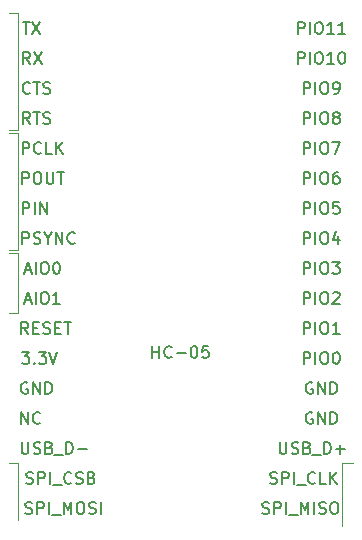
<source format=gbr>
G04 #@! TF.GenerationSoftware,KiCad,Pcbnew,5.1.0*
G04 #@! TF.CreationDate,2019-03-28T19:40:46+01:00*
G04 #@! TF.ProjectId,hc05-bb,68633035-2d62-4622-9e6b-696361645f70,rev?*
G04 #@! TF.SameCoordinates,Original*
G04 #@! TF.FileFunction,Legend,Top*
G04 #@! TF.FilePolarity,Positive*
%FSLAX46Y46*%
G04 Gerber Fmt 4.6, Leading zero omitted, Abs format (unit mm)*
G04 Created by KiCad (PCBNEW 5.1.0) date 2019-03-28 19:40:46*
%MOMM*%
%LPD*%
G04 APERTURE LIST*
%ADD10C,0.120000*%
%ADD11C,0.150000*%
G04 APERTURE END LIST*
D10*
X24384000Y-64770000D02*
X23622000Y-64770000D01*
X24384000Y-74676000D02*
X24384000Y-64770000D01*
X23622000Y-74676000D02*
X24384000Y-74676000D01*
X24384000Y-74930000D02*
X23622000Y-74930000D01*
X24384000Y-84836000D02*
X24384000Y-74930000D01*
X23622000Y-84836000D02*
X24384000Y-84836000D01*
X24384000Y-90170000D02*
X23622000Y-90170000D01*
X24384000Y-85090000D02*
X24384000Y-90170000D01*
X23622000Y-85090000D02*
X24384000Y-85090000D01*
X51816000Y-102870000D02*
X51816000Y-108204000D01*
X52705000Y-102870000D02*
X51816000Y-102870000D01*
X24384000Y-102870000D02*
X24384000Y-107696000D01*
X23622000Y-102870000D02*
X24384000Y-102870000D01*
D11*
X24939809Y-86526666D02*
X25416000Y-86526666D01*
X24844571Y-86812380D02*
X25177904Y-85812380D01*
X25511238Y-86812380D01*
X25844571Y-86812380D02*
X25844571Y-85812380D01*
X26511238Y-85812380D02*
X26701714Y-85812380D01*
X26796952Y-85860000D01*
X26892190Y-85955238D01*
X26939809Y-86145714D01*
X26939809Y-86479047D01*
X26892190Y-86669523D01*
X26796952Y-86764761D01*
X26701714Y-86812380D01*
X26511238Y-86812380D01*
X26416000Y-86764761D01*
X26320761Y-86669523D01*
X26273142Y-86479047D01*
X26273142Y-86145714D01*
X26320761Y-85955238D01*
X26416000Y-85860000D01*
X26511238Y-85812380D01*
X27558857Y-85812380D02*
X27654095Y-85812380D01*
X27749333Y-85860000D01*
X27796952Y-85907619D01*
X27844571Y-86002857D01*
X27892190Y-86193333D01*
X27892190Y-86431428D01*
X27844571Y-86621904D01*
X27796952Y-86717142D01*
X27749333Y-86764761D01*
X27654095Y-86812380D01*
X27558857Y-86812380D01*
X27463619Y-86764761D01*
X27416000Y-86717142D01*
X27368380Y-86621904D01*
X27320761Y-86431428D01*
X27320761Y-86193333D01*
X27368380Y-86002857D01*
X27416000Y-85907619D01*
X27463619Y-85860000D01*
X27558857Y-85812380D01*
X25360333Y-69032380D02*
X25027000Y-68556190D01*
X24788904Y-69032380D02*
X24788904Y-68032380D01*
X25169857Y-68032380D01*
X25265095Y-68080000D01*
X25312714Y-68127619D01*
X25360333Y-68222857D01*
X25360333Y-68365714D01*
X25312714Y-68460952D01*
X25265095Y-68508571D01*
X25169857Y-68556190D01*
X24788904Y-68556190D01*
X25693666Y-68032380D02*
X26360333Y-69032380D01*
X26360333Y-68032380D02*
X25693666Y-69032380D01*
X24939809Y-89066666D02*
X25416000Y-89066666D01*
X24844571Y-89352380D02*
X25177904Y-88352380D01*
X25511238Y-89352380D01*
X25844571Y-89352380D02*
X25844571Y-88352380D01*
X26511238Y-88352380D02*
X26701714Y-88352380D01*
X26796952Y-88400000D01*
X26892190Y-88495238D01*
X26939809Y-88685714D01*
X26939809Y-89019047D01*
X26892190Y-89209523D01*
X26796952Y-89304761D01*
X26701714Y-89352380D01*
X26511238Y-89352380D01*
X26416000Y-89304761D01*
X26320761Y-89209523D01*
X26273142Y-89019047D01*
X26273142Y-88685714D01*
X26320761Y-88495238D01*
X26416000Y-88400000D01*
X26511238Y-88352380D01*
X27892190Y-89352380D02*
X27320761Y-89352380D01*
X27606476Y-89352380D02*
X27606476Y-88352380D01*
X27511238Y-88495238D01*
X27416000Y-88590476D01*
X27320761Y-88638095D01*
X24765095Y-65492380D02*
X25336523Y-65492380D01*
X25050809Y-66492380D02*
X25050809Y-65492380D01*
X25574619Y-65492380D02*
X26241285Y-66492380D01*
X26241285Y-65492380D02*
X25574619Y-66492380D01*
X24685809Y-93432380D02*
X25304857Y-93432380D01*
X24971523Y-93813333D01*
X25114380Y-93813333D01*
X25209619Y-93860952D01*
X25257238Y-93908571D01*
X25304857Y-94003809D01*
X25304857Y-94241904D01*
X25257238Y-94337142D01*
X25209619Y-94384761D01*
X25114380Y-94432380D01*
X24828666Y-94432380D01*
X24733428Y-94384761D01*
X24685809Y-94337142D01*
X25733428Y-94337142D02*
X25781047Y-94384761D01*
X25733428Y-94432380D01*
X25685809Y-94384761D01*
X25733428Y-94337142D01*
X25733428Y-94432380D01*
X26114380Y-93432380D02*
X26733428Y-93432380D01*
X26400095Y-93813333D01*
X26542952Y-93813333D01*
X26638190Y-93860952D01*
X26685809Y-93908571D01*
X26733428Y-94003809D01*
X26733428Y-94241904D01*
X26685809Y-94337142D01*
X26638190Y-94384761D01*
X26542952Y-94432380D01*
X26257238Y-94432380D01*
X26162000Y-94384761D01*
X26114380Y-94337142D01*
X27019142Y-93432380D02*
X27352476Y-94432380D01*
X27685809Y-93432380D01*
X24725523Y-79192380D02*
X24725523Y-78192380D01*
X25106476Y-78192380D01*
X25201714Y-78240000D01*
X25249333Y-78287619D01*
X25296952Y-78382857D01*
X25296952Y-78525714D01*
X25249333Y-78620952D01*
X25201714Y-78668571D01*
X25106476Y-78716190D01*
X24725523Y-78716190D01*
X25916000Y-78192380D02*
X26106476Y-78192380D01*
X26201714Y-78240000D01*
X26296952Y-78335238D01*
X26344571Y-78525714D01*
X26344571Y-78859047D01*
X26296952Y-79049523D01*
X26201714Y-79144761D01*
X26106476Y-79192380D01*
X25916000Y-79192380D01*
X25820761Y-79144761D01*
X25725523Y-79049523D01*
X25677904Y-78859047D01*
X25677904Y-78525714D01*
X25725523Y-78335238D01*
X25820761Y-78240000D01*
X25916000Y-78192380D01*
X26773142Y-78192380D02*
X26773142Y-79001904D01*
X26820761Y-79097142D01*
X26868380Y-79144761D01*
X26963619Y-79192380D01*
X27154095Y-79192380D01*
X27249333Y-79144761D01*
X27296952Y-79097142D01*
X27344571Y-79001904D01*
X27344571Y-78192380D01*
X27677904Y-78192380D02*
X28249333Y-78192380D01*
X27963619Y-79192380D02*
X27963619Y-78192380D01*
X25146095Y-96020000D02*
X25050857Y-95972380D01*
X24908000Y-95972380D01*
X24765142Y-96020000D01*
X24669904Y-96115238D01*
X24622285Y-96210476D01*
X24574666Y-96400952D01*
X24574666Y-96543809D01*
X24622285Y-96734285D01*
X24669904Y-96829523D01*
X24765142Y-96924761D01*
X24908000Y-96972380D01*
X25003238Y-96972380D01*
X25146095Y-96924761D01*
X25193714Y-96877142D01*
X25193714Y-96543809D01*
X25003238Y-96543809D01*
X25622285Y-96972380D02*
X25622285Y-95972380D01*
X26193714Y-96972380D01*
X26193714Y-95972380D01*
X26669904Y-96972380D02*
X26669904Y-95972380D01*
X26908000Y-95972380D01*
X27050857Y-96020000D01*
X27146095Y-96115238D01*
X27193714Y-96210476D01*
X27241333Y-96400952D01*
X27241333Y-96543809D01*
X27193714Y-96734285D01*
X27146095Y-96829523D01*
X27050857Y-96924761D01*
X26908000Y-96972380D01*
X26669904Y-96972380D01*
X25217619Y-91892380D02*
X24884285Y-91416190D01*
X24646190Y-91892380D02*
X24646190Y-90892380D01*
X25027142Y-90892380D01*
X25122380Y-90940000D01*
X25170000Y-90987619D01*
X25217619Y-91082857D01*
X25217619Y-91225714D01*
X25170000Y-91320952D01*
X25122380Y-91368571D01*
X25027142Y-91416190D01*
X24646190Y-91416190D01*
X25646190Y-91368571D02*
X25979523Y-91368571D01*
X26122380Y-91892380D02*
X25646190Y-91892380D01*
X25646190Y-90892380D01*
X26122380Y-90892380D01*
X26503333Y-91844761D02*
X26646190Y-91892380D01*
X26884285Y-91892380D01*
X26979523Y-91844761D01*
X27027142Y-91797142D01*
X27074761Y-91701904D01*
X27074761Y-91606666D01*
X27027142Y-91511428D01*
X26979523Y-91463809D01*
X26884285Y-91416190D01*
X26693809Y-91368571D01*
X26598571Y-91320952D01*
X26550952Y-91273333D01*
X26503333Y-91178095D01*
X26503333Y-91082857D01*
X26550952Y-90987619D01*
X26598571Y-90940000D01*
X26693809Y-90892380D01*
X26931904Y-90892380D01*
X27074761Y-90940000D01*
X27503333Y-91368571D02*
X27836666Y-91368571D01*
X27979523Y-91892380D02*
X27503333Y-91892380D01*
X27503333Y-90892380D01*
X27979523Y-90892380D01*
X28265238Y-90892380D02*
X28836666Y-90892380D01*
X28550952Y-91892380D02*
X28550952Y-90892380D01*
X24614285Y-99512380D02*
X24614285Y-98512380D01*
X25185714Y-99512380D01*
X25185714Y-98512380D01*
X26233333Y-99417142D02*
X26185714Y-99464761D01*
X26042857Y-99512380D01*
X25947619Y-99512380D01*
X25804761Y-99464761D01*
X25709523Y-99369523D01*
X25661904Y-99274285D01*
X25614285Y-99083809D01*
X25614285Y-98940952D01*
X25661904Y-98750476D01*
X25709523Y-98655238D01*
X25804761Y-98560000D01*
X25947619Y-98512380D01*
X26042857Y-98512380D01*
X26185714Y-98560000D01*
X26233333Y-98607619D01*
X25360380Y-74112380D02*
X25027047Y-73636190D01*
X24788952Y-74112380D02*
X24788952Y-73112380D01*
X25169904Y-73112380D01*
X25265142Y-73160000D01*
X25312761Y-73207619D01*
X25360380Y-73302857D01*
X25360380Y-73445714D01*
X25312761Y-73540952D01*
X25265142Y-73588571D01*
X25169904Y-73636190D01*
X24788952Y-73636190D01*
X25646095Y-73112380D02*
X26217523Y-73112380D01*
X25931809Y-74112380D02*
X25931809Y-73112380D01*
X26503238Y-74064761D02*
X26646095Y-74112380D01*
X26884190Y-74112380D01*
X26979428Y-74064761D01*
X27027047Y-74017142D01*
X27074666Y-73921904D01*
X27074666Y-73826666D01*
X27027047Y-73731428D01*
X26979428Y-73683809D01*
X26884190Y-73636190D01*
X26693714Y-73588571D01*
X26598476Y-73540952D01*
X26550857Y-73493333D01*
X26503238Y-73398095D01*
X26503238Y-73302857D01*
X26550857Y-73207619D01*
X26598476Y-73160000D01*
X26693714Y-73112380D01*
X26931809Y-73112380D01*
X27074666Y-73160000D01*
X25360380Y-71477142D02*
X25312761Y-71524761D01*
X25169904Y-71572380D01*
X25074666Y-71572380D01*
X24931809Y-71524761D01*
X24836571Y-71429523D01*
X24788952Y-71334285D01*
X24741333Y-71143809D01*
X24741333Y-71000952D01*
X24788952Y-70810476D01*
X24836571Y-70715238D01*
X24931809Y-70620000D01*
X25074666Y-70572380D01*
X25169904Y-70572380D01*
X25312761Y-70620000D01*
X25360380Y-70667619D01*
X25646095Y-70572380D02*
X26217523Y-70572380D01*
X25931809Y-71572380D02*
X25931809Y-70572380D01*
X26503238Y-71524761D02*
X26646095Y-71572380D01*
X26884190Y-71572380D01*
X26979428Y-71524761D01*
X27027047Y-71477142D01*
X27074666Y-71381904D01*
X27074666Y-71286666D01*
X27027047Y-71191428D01*
X26979428Y-71143809D01*
X26884190Y-71096190D01*
X26693714Y-71048571D01*
X26598476Y-71000952D01*
X26550857Y-70953333D01*
X26503238Y-70858095D01*
X26503238Y-70762857D01*
X26550857Y-70667619D01*
X26598476Y-70620000D01*
X26693714Y-70572380D01*
X26931809Y-70572380D01*
X27074666Y-70620000D01*
X24979714Y-107084761D02*
X25122571Y-107132380D01*
X25360666Y-107132380D01*
X25455904Y-107084761D01*
X25503523Y-107037142D01*
X25551142Y-106941904D01*
X25551142Y-106846666D01*
X25503523Y-106751428D01*
X25455904Y-106703809D01*
X25360666Y-106656190D01*
X25170190Y-106608571D01*
X25074952Y-106560952D01*
X25027333Y-106513333D01*
X24979714Y-106418095D01*
X24979714Y-106322857D01*
X25027333Y-106227619D01*
X25074952Y-106180000D01*
X25170190Y-106132380D01*
X25408285Y-106132380D01*
X25551142Y-106180000D01*
X25979714Y-107132380D02*
X25979714Y-106132380D01*
X26360666Y-106132380D01*
X26455904Y-106180000D01*
X26503523Y-106227619D01*
X26551142Y-106322857D01*
X26551142Y-106465714D01*
X26503523Y-106560952D01*
X26455904Y-106608571D01*
X26360666Y-106656190D01*
X25979714Y-106656190D01*
X26979714Y-107132380D02*
X26979714Y-106132380D01*
X27217809Y-107227619D02*
X27979714Y-107227619D01*
X28217809Y-107132380D02*
X28217809Y-106132380D01*
X28551142Y-106846666D01*
X28884476Y-106132380D01*
X28884476Y-107132380D01*
X29551142Y-106132380D02*
X29741619Y-106132380D01*
X29836857Y-106180000D01*
X29932095Y-106275238D01*
X29979714Y-106465714D01*
X29979714Y-106799047D01*
X29932095Y-106989523D01*
X29836857Y-107084761D01*
X29741619Y-107132380D01*
X29551142Y-107132380D01*
X29455904Y-107084761D01*
X29360666Y-106989523D01*
X29313047Y-106799047D01*
X29313047Y-106465714D01*
X29360666Y-106275238D01*
X29455904Y-106180000D01*
X29551142Y-106132380D01*
X30360666Y-107084761D02*
X30503523Y-107132380D01*
X30741619Y-107132380D01*
X30836857Y-107084761D01*
X30884476Y-107037142D01*
X30932095Y-106941904D01*
X30932095Y-106846666D01*
X30884476Y-106751428D01*
X30836857Y-106703809D01*
X30741619Y-106656190D01*
X30551142Y-106608571D01*
X30455904Y-106560952D01*
X30408285Y-106513333D01*
X30360666Y-106418095D01*
X30360666Y-106322857D01*
X30408285Y-106227619D01*
X30455904Y-106180000D01*
X30551142Y-106132380D01*
X30789238Y-106132380D01*
X30932095Y-106180000D01*
X31360666Y-107132380D02*
X31360666Y-106132380D01*
X24757190Y-81732380D02*
X24757190Y-80732380D01*
X25138142Y-80732380D01*
X25233380Y-80780000D01*
X25281000Y-80827619D01*
X25328619Y-80922857D01*
X25328619Y-81065714D01*
X25281000Y-81160952D01*
X25233380Y-81208571D01*
X25138142Y-81256190D01*
X24757190Y-81256190D01*
X25757190Y-81732380D02*
X25757190Y-80732380D01*
X26233380Y-81732380D02*
X26233380Y-80732380D01*
X26804809Y-81732380D01*
X26804809Y-80732380D01*
X24733523Y-84272380D02*
X24733523Y-83272380D01*
X25114476Y-83272380D01*
X25209714Y-83320000D01*
X25257333Y-83367619D01*
X25304952Y-83462857D01*
X25304952Y-83605714D01*
X25257333Y-83700952D01*
X25209714Y-83748571D01*
X25114476Y-83796190D01*
X24733523Y-83796190D01*
X25685904Y-84224761D02*
X25828761Y-84272380D01*
X26066857Y-84272380D01*
X26162095Y-84224761D01*
X26209714Y-84177142D01*
X26257333Y-84081904D01*
X26257333Y-83986666D01*
X26209714Y-83891428D01*
X26162095Y-83843809D01*
X26066857Y-83796190D01*
X25876380Y-83748571D01*
X25781142Y-83700952D01*
X25733523Y-83653333D01*
X25685904Y-83558095D01*
X25685904Y-83462857D01*
X25733523Y-83367619D01*
X25781142Y-83320000D01*
X25876380Y-83272380D01*
X26114476Y-83272380D01*
X26257333Y-83320000D01*
X26876380Y-83796190D02*
X26876380Y-84272380D01*
X26543047Y-83272380D02*
X26876380Y-83796190D01*
X27209714Y-83272380D01*
X27543047Y-84272380D02*
X27543047Y-83272380D01*
X28114476Y-84272380D01*
X28114476Y-83272380D01*
X29162095Y-84177142D02*
X29114476Y-84224761D01*
X28971619Y-84272380D01*
X28876380Y-84272380D01*
X28733523Y-84224761D01*
X28638285Y-84129523D01*
X28590666Y-84034285D01*
X28543047Y-83843809D01*
X28543047Y-83700952D01*
X28590666Y-83510476D01*
X28638285Y-83415238D01*
X28733523Y-83320000D01*
X28876380Y-83272380D01*
X28971619Y-83272380D01*
X29114476Y-83320000D01*
X29162095Y-83367619D01*
X25059047Y-104544761D02*
X25201904Y-104592380D01*
X25440000Y-104592380D01*
X25535238Y-104544761D01*
X25582857Y-104497142D01*
X25630476Y-104401904D01*
X25630476Y-104306666D01*
X25582857Y-104211428D01*
X25535238Y-104163809D01*
X25440000Y-104116190D01*
X25249523Y-104068571D01*
X25154285Y-104020952D01*
X25106666Y-103973333D01*
X25059047Y-103878095D01*
X25059047Y-103782857D01*
X25106666Y-103687619D01*
X25154285Y-103640000D01*
X25249523Y-103592380D01*
X25487619Y-103592380D01*
X25630476Y-103640000D01*
X26059047Y-104592380D02*
X26059047Y-103592380D01*
X26440000Y-103592380D01*
X26535238Y-103640000D01*
X26582857Y-103687619D01*
X26630476Y-103782857D01*
X26630476Y-103925714D01*
X26582857Y-104020952D01*
X26535238Y-104068571D01*
X26440000Y-104116190D01*
X26059047Y-104116190D01*
X27059047Y-104592380D02*
X27059047Y-103592380D01*
X27297142Y-104687619D02*
X28059047Y-104687619D01*
X28868571Y-104497142D02*
X28820952Y-104544761D01*
X28678095Y-104592380D01*
X28582857Y-104592380D01*
X28440000Y-104544761D01*
X28344761Y-104449523D01*
X28297142Y-104354285D01*
X28249523Y-104163809D01*
X28249523Y-104020952D01*
X28297142Y-103830476D01*
X28344761Y-103735238D01*
X28440000Y-103640000D01*
X28582857Y-103592380D01*
X28678095Y-103592380D01*
X28820952Y-103640000D01*
X28868571Y-103687619D01*
X29249523Y-104544761D02*
X29392380Y-104592380D01*
X29630476Y-104592380D01*
X29725714Y-104544761D01*
X29773333Y-104497142D01*
X29820952Y-104401904D01*
X29820952Y-104306666D01*
X29773333Y-104211428D01*
X29725714Y-104163809D01*
X29630476Y-104116190D01*
X29440000Y-104068571D01*
X29344761Y-104020952D01*
X29297142Y-103973333D01*
X29249523Y-103878095D01*
X29249523Y-103782857D01*
X29297142Y-103687619D01*
X29344761Y-103640000D01*
X29440000Y-103592380D01*
X29678095Y-103592380D01*
X29820952Y-103640000D01*
X30582857Y-104068571D02*
X30725714Y-104116190D01*
X30773333Y-104163809D01*
X30820952Y-104259047D01*
X30820952Y-104401904D01*
X30773333Y-104497142D01*
X30725714Y-104544761D01*
X30630476Y-104592380D01*
X30249523Y-104592380D01*
X30249523Y-103592380D01*
X30582857Y-103592380D01*
X30678095Y-103640000D01*
X30725714Y-103687619D01*
X30773333Y-103782857D01*
X30773333Y-103878095D01*
X30725714Y-103973333D01*
X30678095Y-104020952D01*
X30582857Y-104068571D01*
X30249523Y-104068571D01*
X24670095Y-101052380D02*
X24670095Y-101861904D01*
X24717714Y-101957142D01*
X24765333Y-102004761D01*
X24860571Y-102052380D01*
X25051047Y-102052380D01*
X25146285Y-102004761D01*
X25193904Y-101957142D01*
X25241523Y-101861904D01*
X25241523Y-101052380D01*
X25670095Y-102004761D02*
X25812952Y-102052380D01*
X26051047Y-102052380D01*
X26146285Y-102004761D01*
X26193904Y-101957142D01*
X26241523Y-101861904D01*
X26241523Y-101766666D01*
X26193904Y-101671428D01*
X26146285Y-101623809D01*
X26051047Y-101576190D01*
X25860571Y-101528571D01*
X25765333Y-101480952D01*
X25717714Y-101433333D01*
X25670095Y-101338095D01*
X25670095Y-101242857D01*
X25717714Y-101147619D01*
X25765333Y-101100000D01*
X25860571Y-101052380D01*
X26098666Y-101052380D01*
X26241523Y-101100000D01*
X27003428Y-101528571D02*
X27146285Y-101576190D01*
X27193904Y-101623809D01*
X27241523Y-101719047D01*
X27241523Y-101861904D01*
X27193904Y-101957142D01*
X27146285Y-102004761D01*
X27051047Y-102052380D01*
X26670095Y-102052380D01*
X26670095Y-101052380D01*
X27003428Y-101052380D01*
X27098666Y-101100000D01*
X27146285Y-101147619D01*
X27193904Y-101242857D01*
X27193904Y-101338095D01*
X27146285Y-101433333D01*
X27098666Y-101480952D01*
X27003428Y-101528571D01*
X26670095Y-101528571D01*
X27432000Y-102147619D02*
X28193904Y-102147619D01*
X28432000Y-102052380D02*
X28432000Y-101052380D01*
X28670095Y-101052380D01*
X28812952Y-101100000D01*
X28908190Y-101195238D01*
X28955809Y-101290476D01*
X29003428Y-101480952D01*
X29003428Y-101623809D01*
X28955809Y-101814285D01*
X28908190Y-101909523D01*
X28812952Y-102004761D01*
X28670095Y-102052380D01*
X28432000Y-102052380D01*
X29432000Y-101671428D02*
X30193904Y-101671428D01*
X24749333Y-76652380D02*
X24749333Y-75652380D01*
X25130285Y-75652380D01*
X25225523Y-75700000D01*
X25273142Y-75747619D01*
X25320761Y-75842857D01*
X25320761Y-75985714D01*
X25273142Y-76080952D01*
X25225523Y-76128571D01*
X25130285Y-76176190D01*
X24749333Y-76176190D01*
X26320761Y-76557142D02*
X26273142Y-76604761D01*
X26130285Y-76652380D01*
X26035047Y-76652380D01*
X25892190Y-76604761D01*
X25796952Y-76509523D01*
X25749333Y-76414285D01*
X25701714Y-76223809D01*
X25701714Y-76080952D01*
X25749333Y-75890476D01*
X25796952Y-75795238D01*
X25892190Y-75700000D01*
X26035047Y-75652380D01*
X26130285Y-75652380D01*
X26273142Y-75700000D01*
X26320761Y-75747619D01*
X27225523Y-76652380D02*
X26749333Y-76652380D01*
X26749333Y-75652380D01*
X27558857Y-76652380D02*
X27558857Y-75652380D01*
X28130285Y-76652380D02*
X27701714Y-76080952D01*
X28130285Y-75652380D02*
X27558857Y-76223809D01*
X49276095Y-98560000D02*
X49180857Y-98512380D01*
X49038000Y-98512380D01*
X48895142Y-98560000D01*
X48799904Y-98655238D01*
X48752285Y-98750476D01*
X48704666Y-98940952D01*
X48704666Y-99083809D01*
X48752285Y-99274285D01*
X48799904Y-99369523D01*
X48895142Y-99464761D01*
X49038000Y-99512380D01*
X49133238Y-99512380D01*
X49276095Y-99464761D01*
X49323714Y-99417142D01*
X49323714Y-99083809D01*
X49133238Y-99083809D01*
X49752285Y-99512380D02*
X49752285Y-98512380D01*
X50323714Y-99512380D01*
X50323714Y-98512380D01*
X50799904Y-99512380D02*
X50799904Y-98512380D01*
X51038000Y-98512380D01*
X51180857Y-98560000D01*
X51276095Y-98655238D01*
X51323714Y-98750476D01*
X51371333Y-98940952D01*
X51371333Y-99083809D01*
X51323714Y-99274285D01*
X51276095Y-99369523D01*
X51180857Y-99464761D01*
X51038000Y-99512380D01*
X50799904Y-99512380D01*
X45045714Y-107084761D02*
X45188571Y-107132380D01*
X45426666Y-107132380D01*
X45521904Y-107084761D01*
X45569523Y-107037142D01*
X45617142Y-106941904D01*
X45617142Y-106846666D01*
X45569523Y-106751428D01*
X45521904Y-106703809D01*
X45426666Y-106656190D01*
X45236190Y-106608571D01*
X45140952Y-106560952D01*
X45093333Y-106513333D01*
X45045714Y-106418095D01*
X45045714Y-106322857D01*
X45093333Y-106227619D01*
X45140952Y-106180000D01*
X45236190Y-106132380D01*
X45474285Y-106132380D01*
X45617142Y-106180000D01*
X46045714Y-107132380D02*
X46045714Y-106132380D01*
X46426666Y-106132380D01*
X46521904Y-106180000D01*
X46569523Y-106227619D01*
X46617142Y-106322857D01*
X46617142Y-106465714D01*
X46569523Y-106560952D01*
X46521904Y-106608571D01*
X46426666Y-106656190D01*
X46045714Y-106656190D01*
X47045714Y-107132380D02*
X47045714Y-106132380D01*
X47283809Y-107227619D02*
X48045714Y-107227619D01*
X48283809Y-107132380D02*
X48283809Y-106132380D01*
X48617142Y-106846666D01*
X48950476Y-106132380D01*
X48950476Y-107132380D01*
X49426666Y-107132380D02*
X49426666Y-106132380D01*
X49855238Y-107084761D02*
X49998095Y-107132380D01*
X50236190Y-107132380D01*
X50331428Y-107084761D01*
X50379047Y-107037142D01*
X50426666Y-106941904D01*
X50426666Y-106846666D01*
X50379047Y-106751428D01*
X50331428Y-106703809D01*
X50236190Y-106656190D01*
X50045714Y-106608571D01*
X49950476Y-106560952D01*
X49902857Y-106513333D01*
X49855238Y-106418095D01*
X49855238Y-106322857D01*
X49902857Y-106227619D01*
X49950476Y-106180000D01*
X50045714Y-106132380D01*
X50283809Y-106132380D01*
X50426666Y-106180000D01*
X51045714Y-106132380D02*
X51236190Y-106132380D01*
X51331428Y-106180000D01*
X51426666Y-106275238D01*
X51474285Y-106465714D01*
X51474285Y-106799047D01*
X51426666Y-106989523D01*
X51331428Y-107084761D01*
X51236190Y-107132380D01*
X51045714Y-107132380D01*
X50950476Y-107084761D01*
X50855238Y-106989523D01*
X50807619Y-106799047D01*
X50807619Y-106465714D01*
X50855238Y-106275238D01*
X50950476Y-106180000D01*
X51045714Y-106132380D01*
X45704476Y-104544761D02*
X45847333Y-104592380D01*
X46085428Y-104592380D01*
X46180666Y-104544761D01*
X46228285Y-104497142D01*
X46275904Y-104401904D01*
X46275904Y-104306666D01*
X46228285Y-104211428D01*
X46180666Y-104163809D01*
X46085428Y-104116190D01*
X45894952Y-104068571D01*
X45799714Y-104020952D01*
X45752095Y-103973333D01*
X45704476Y-103878095D01*
X45704476Y-103782857D01*
X45752095Y-103687619D01*
X45799714Y-103640000D01*
X45894952Y-103592380D01*
X46133047Y-103592380D01*
X46275904Y-103640000D01*
X46704476Y-104592380D02*
X46704476Y-103592380D01*
X47085428Y-103592380D01*
X47180666Y-103640000D01*
X47228285Y-103687619D01*
X47275904Y-103782857D01*
X47275904Y-103925714D01*
X47228285Y-104020952D01*
X47180666Y-104068571D01*
X47085428Y-104116190D01*
X46704476Y-104116190D01*
X47704476Y-104592380D02*
X47704476Y-103592380D01*
X47942571Y-104687619D02*
X48704476Y-104687619D01*
X49514000Y-104497142D02*
X49466380Y-104544761D01*
X49323523Y-104592380D01*
X49228285Y-104592380D01*
X49085428Y-104544761D01*
X48990190Y-104449523D01*
X48942571Y-104354285D01*
X48894952Y-104163809D01*
X48894952Y-104020952D01*
X48942571Y-103830476D01*
X48990190Y-103735238D01*
X49085428Y-103640000D01*
X49228285Y-103592380D01*
X49323523Y-103592380D01*
X49466380Y-103640000D01*
X49514000Y-103687619D01*
X50418761Y-104592380D02*
X49942571Y-104592380D01*
X49942571Y-103592380D01*
X50752095Y-104592380D02*
X50752095Y-103592380D01*
X51323523Y-104592380D02*
X50894952Y-104020952D01*
X51323523Y-103592380D02*
X50752095Y-104163809D01*
X46514095Y-101052380D02*
X46514095Y-101861904D01*
X46561714Y-101957142D01*
X46609333Y-102004761D01*
X46704571Y-102052380D01*
X46895047Y-102052380D01*
X46990285Y-102004761D01*
X47037904Y-101957142D01*
X47085523Y-101861904D01*
X47085523Y-101052380D01*
X47514095Y-102004761D02*
X47656952Y-102052380D01*
X47895047Y-102052380D01*
X47990285Y-102004761D01*
X48037904Y-101957142D01*
X48085523Y-101861904D01*
X48085523Y-101766666D01*
X48037904Y-101671428D01*
X47990285Y-101623809D01*
X47895047Y-101576190D01*
X47704571Y-101528571D01*
X47609333Y-101480952D01*
X47561714Y-101433333D01*
X47514095Y-101338095D01*
X47514095Y-101242857D01*
X47561714Y-101147619D01*
X47609333Y-101100000D01*
X47704571Y-101052380D01*
X47942666Y-101052380D01*
X48085523Y-101100000D01*
X48847428Y-101528571D02*
X48990285Y-101576190D01*
X49037904Y-101623809D01*
X49085523Y-101719047D01*
X49085523Y-101861904D01*
X49037904Y-101957142D01*
X48990285Y-102004761D01*
X48895047Y-102052380D01*
X48514095Y-102052380D01*
X48514095Y-101052380D01*
X48847428Y-101052380D01*
X48942666Y-101100000D01*
X48990285Y-101147619D01*
X49037904Y-101242857D01*
X49037904Y-101338095D01*
X48990285Y-101433333D01*
X48942666Y-101480952D01*
X48847428Y-101528571D01*
X48514095Y-101528571D01*
X49276000Y-102147619D02*
X50037904Y-102147619D01*
X50276000Y-102052380D02*
X50276000Y-101052380D01*
X50514095Y-101052380D01*
X50656952Y-101100000D01*
X50752190Y-101195238D01*
X50799809Y-101290476D01*
X50847428Y-101480952D01*
X50847428Y-101623809D01*
X50799809Y-101814285D01*
X50752190Y-101909523D01*
X50656952Y-102004761D01*
X50514095Y-102052380D01*
X50276000Y-102052380D01*
X51276000Y-101671428D02*
X52037904Y-101671428D01*
X51656952Y-102052380D02*
X51656952Y-101290476D01*
X49276095Y-96020000D02*
X49180857Y-95972380D01*
X49038000Y-95972380D01*
X48895142Y-96020000D01*
X48799904Y-96115238D01*
X48752285Y-96210476D01*
X48704666Y-96400952D01*
X48704666Y-96543809D01*
X48752285Y-96734285D01*
X48799904Y-96829523D01*
X48895142Y-96924761D01*
X49038000Y-96972380D01*
X49133238Y-96972380D01*
X49276095Y-96924761D01*
X49323714Y-96877142D01*
X49323714Y-96543809D01*
X49133238Y-96543809D01*
X49752285Y-96972380D02*
X49752285Y-95972380D01*
X50323714Y-96972380D01*
X50323714Y-95972380D01*
X50799904Y-96972380D02*
X50799904Y-95972380D01*
X51038000Y-95972380D01*
X51180857Y-96020000D01*
X51276095Y-96115238D01*
X51323714Y-96210476D01*
X51371333Y-96400952D01*
X51371333Y-96543809D01*
X51323714Y-96734285D01*
X51276095Y-96829523D01*
X51180857Y-96924761D01*
X51038000Y-96972380D01*
X50799904Y-96972380D01*
X48538000Y-94432380D02*
X48538000Y-93432380D01*
X48918952Y-93432380D01*
X49014190Y-93480000D01*
X49061809Y-93527619D01*
X49109428Y-93622857D01*
X49109428Y-93765714D01*
X49061809Y-93860952D01*
X49014190Y-93908571D01*
X48918952Y-93956190D01*
X48538000Y-93956190D01*
X49538000Y-94432380D02*
X49538000Y-93432380D01*
X50204666Y-93432380D02*
X50395142Y-93432380D01*
X50490380Y-93480000D01*
X50585619Y-93575238D01*
X50633238Y-93765714D01*
X50633238Y-94099047D01*
X50585619Y-94289523D01*
X50490380Y-94384761D01*
X50395142Y-94432380D01*
X50204666Y-94432380D01*
X50109428Y-94384761D01*
X50014190Y-94289523D01*
X49966571Y-94099047D01*
X49966571Y-93765714D01*
X50014190Y-93575238D01*
X50109428Y-93480000D01*
X50204666Y-93432380D01*
X51252285Y-93432380D02*
X51347523Y-93432380D01*
X51442761Y-93480000D01*
X51490380Y-93527619D01*
X51538000Y-93622857D01*
X51585619Y-93813333D01*
X51585619Y-94051428D01*
X51538000Y-94241904D01*
X51490380Y-94337142D01*
X51442761Y-94384761D01*
X51347523Y-94432380D01*
X51252285Y-94432380D01*
X51157047Y-94384761D01*
X51109428Y-94337142D01*
X51061809Y-94241904D01*
X51014190Y-94051428D01*
X51014190Y-93813333D01*
X51061809Y-93622857D01*
X51109428Y-93527619D01*
X51157047Y-93480000D01*
X51252285Y-93432380D01*
X48538000Y-91892380D02*
X48538000Y-90892380D01*
X48918952Y-90892380D01*
X49014190Y-90940000D01*
X49061809Y-90987619D01*
X49109428Y-91082857D01*
X49109428Y-91225714D01*
X49061809Y-91320952D01*
X49014190Y-91368571D01*
X48918952Y-91416190D01*
X48538000Y-91416190D01*
X49538000Y-91892380D02*
X49538000Y-90892380D01*
X50204666Y-90892380D02*
X50395142Y-90892380D01*
X50490380Y-90940000D01*
X50585619Y-91035238D01*
X50633238Y-91225714D01*
X50633238Y-91559047D01*
X50585619Y-91749523D01*
X50490380Y-91844761D01*
X50395142Y-91892380D01*
X50204666Y-91892380D01*
X50109428Y-91844761D01*
X50014190Y-91749523D01*
X49966571Y-91559047D01*
X49966571Y-91225714D01*
X50014190Y-91035238D01*
X50109428Y-90940000D01*
X50204666Y-90892380D01*
X51585619Y-91892380D02*
X51014190Y-91892380D01*
X51299904Y-91892380D02*
X51299904Y-90892380D01*
X51204666Y-91035238D01*
X51109428Y-91130476D01*
X51014190Y-91178095D01*
X48538000Y-89352380D02*
X48538000Y-88352380D01*
X48918952Y-88352380D01*
X49014190Y-88400000D01*
X49061809Y-88447619D01*
X49109428Y-88542857D01*
X49109428Y-88685714D01*
X49061809Y-88780952D01*
X49014190Y-88828571D01*
X48918952Y-88876190D01*
X48538000Y-88876190D01*
X49538000Y-89352380D02*
X49538000Y-88352380D01*
X50204666Y-88352380D02*
X50395142Y-88352380D01*
X50490380Y-88400000D01*
X50585619Y-88495238D01*
X50633238Y-88685714D01*
X50633238Y-89019047D01*
X50585619Y-89209523D01*
X50490380Y-89304761D01*
X50395142Y-89352380D01*
X50204666Y-89352380D01*
X50109428Y-89304761D01*
X50014190Y-89209523D01*
X49966571Y-89019047D01*
X49966571Y-88685714D01*
X50014190Y-88495238D01*
X50109428Y-88400000D01*
X50204666Y-88352380D01*
X51014190Y-88447619D02*
X51061809Y-88400000D01*
X51157047Y-88352380D01*
X51395142Y-88352380D01*
X51490380Y-88400000D01*
X51538000Y-88447619D01*
X51585619Y-88542857D01*
X51585619Y-88638095D01*
X51538000Y-88780952D01*
X50966571Y-89352380D01*
X51585619Y-89352380D01*
X48538000Y-86812380D02*
X48538000Y-85812380D01*
X48918952Y-85812380D01*
X49014190Y-85860000D01*
X49061809Y-85907619D01*
X49109428Y-86002857D01*
X49109428Y-86145714D01*
X49061809Y-86240952D01*
X49014190Y-86288571D01*
X48918952Y-86336190D01*
X48538000Y-86336190D01*
X49538000Y-86812380D02*
X49538000Y-85812380D01*
X50204666Y-85812380D02*
X50395142Y-85812380D01*
X50490380Y-85860000D01*
X50585619Y-85955238D01*
X50633238Y-86145714D01*
X50633238Y-86479047D01*
X50585619Y-86669523D01*
X50490380Y-86764761D01*
X50395142Y-86812380D01*
X50204666Y-86812380D01*
X50109428Y-86764761D01*
X50014190Y-86669523D01*
X49966571Y-86479047D01*
X49966571Y-86145714D01*
X50014190Y-85955238D01*
X50109428Y-85860000D01*
X50204666Y-85812380D01*
X50966571Y-85812380D02*
X51585619Y-85812380D01*
X51252285Y-86193333D01*
X51395142Y-86193333D01*
X51490380Y-86240952D01*
X51538000Y-86288571D01*
X51585619Y-86383809D01*
X51585619Y-86621904D01*
X51538000Y-86717142D01*
X51490380Y-86764761D01*
X51395142Y-86812380D01*
X51109428Y-86812380D01*
X51014190Y-86764761D01*
X50966571Y-86717142D01*
X48538000Y-84272380D02*
X48538000Y-83272380D01*
X48918952Y-83272380D01*
X49014190Y-83320000D01*
X49061809Y-83367619D01*
X49109428Y-83462857D01*
X49109428Y-83605714D01*
X49061809Y-83700952D01*
X49014190Y-83748571D01*
X48918952Y-83796190D01*
X48538000Y-83796190D01*
X49538000Y-84272380D02*
X49538000Y-83272380D01*
X50204666Y-83272380D02*
X50395142Y-83272380D01*
X50490380Y-83320000D01*
X50585619Y-83415238D01*
X50633238Y-83605714D01*
X50633238Y-83939047D01*
X50585619Y-84129523D01*
X50490380Y-84224761D01*
X50395142Y-84272380D01*
X50204666Y-84272380D01*
X50109428Y-84224761D01*
X50014190Y-84129523D01*
X49966571Y-83939047D01*
X49966571Y-83605714D01*
X50014190Y-83415238D01*
X50109428Y-83320000D01*
X50204666Y-83272380D01*
X51490380Y-83605714D02*
X51490380Y-84272380D01*
X51252285Y-83224761D02*
X51014190Y-83939047D01*
X51633238Y-83939047D01*
X48538000Y-81732380D02*
X48538000Y-80732380D01*
X48918952Y-80732380D01*
X49014190Y-80780000D01*
X49061809Y-80827619D01*
X49109428Y-80922857D01*
X49109428Y-81065714D01*
X49061809Y-81160952D01*
X49014190Y-81208571D01*
X48918952Y-81256190D01*
X48538000Y-81256190D01*
X49538000Y-81732380D02*
X49538000Y-80732380D01*
X50204666Y-80732380D02*
X50395142Y-80732380D01*
X50490380Y-80780000D01*
X50585619Y-80875238D01*
X50633238Y-81065714D01*
X50633238Y-81399047D01*
X50585619Y-81589523D01*
X50490380Y-81684761D01*
X50395142Y-81732380D01*
X50204666Y-81732380D01*
X50109428Y-81684761D01*
X50014190Y-81589523D01*
X49966571Y-81399047D01*
X49966571Y-81065714D01*
X50014190Y-80875238D01*
X50109428Y-80780000D01*
X50204666Y-80732380D01*
X51538000Y-80732380D02*
X51061809Y-80732380D01*
X51014190Y-81208571D01*
X51061809Y-81160952D01*
X51157047Y-81113333D01*
X51395142Y-81113333D01*
X51490380Y-81160952D01*
X51538000Y-81208571D01*
X51585619Y-81303809D01*
X51585619Y-81541904D01*
X51538000Y-81637142D01*
X51490380Y-81684761D01*
X51395142Y-81732380D01*
X51157047Y-81732380D01*
X51061809Y-81684761D01*
X51014190Y-81637142D01*
X48538000Y-79192380D02*
X48538000Y-78192380D01*
X48918952Y-78192380D01*
X49014190Y-78240000D01*
X49061809Y-78287619D01*
X49109428Y-78382857D01*
X49109428Y-78525714D01*
X49061809Y-78620952D01*
X49014190Y-78668571D01*
X48918952Y-78716190D01*
X48538000Y-78716190D01*
X49538000Y-79192380D02*
X49538000Y-78192380D01*
X50204666Y-78192380D02*
X50395142Y-78192380D01*
X50490380Y-78240000D01*
X50585619Y-78335238D01*
X50633238Y-78525714D01*
X50633238Y-78859047D01*
X50585619Y-79049523D01*
X50490380Y-79144761D01*
X50395142Y-79192380D01*
X50204666Y-79192380D01*
X50109428Y-79144761D01*
X50014190Y-79049523D01*
X49966571Y-78859047D01*
X49966571Y-78525714D01*
X50014190Y-78335238D01*
X50109428Y-78240000D01*
X50204666Y-78192380D01*
X51490380Y-78192380D02*
X51299904Y-78192380D01*
X51204666Y-78240000D01*
X51157047Y-78287619D01*
X51061809Y-78430476D01*
X51014190Y-78620952D01*
X51014190Y-79001904D01*
X51061809Y-79097142D01*
X51109428Y-79144761D01*
X51204666Y-79192380D01*
X51395142Y-79192380D01*
X51490380Y-79144761D01*
X51538000Y-79097142D01*
X51585619Y-79001904D01*
X51585619Y-78763809D01*
X51538000Y-78668571D01*
X51490380Y-78620952D01*
X51395142Y-78573333D01*
X51204666Y-78573333D01*
X51109428Y-78620952D01*
X51061809Y-78668571D01*
X51014190Y-78763809D01*
X48538000Y-76652380D02*
X48538000Y-75652380D01*
X48918952Y-75652380D01*
X49014190Y-75700000D01*
X49061809Y-75747619D01*
X49109428Y-75842857D01*
X49109428Y-75985714D01*
X49061809Y-76080952D01*
X49014190Y-76128571D01*
X48918952Y-76176190D01*
X48538000Y-76176190D01*
X49538000Y-76652380D02*
X49538000Y-75652380D01*
X50204666Y-75652380D02*
X50395142Y-75652380D01*
X50490380Y-75700000D01*
X50585619Y-75795238D01*
X50633238Y-75985714D01*
X50633238Y-76319047D01*
X50585619Y-76509523D01*
X50490380Y-76604761D01*
X50395142Y-76652380D01*
X50204666Y-76652380D01*
X50109428Y-76604761D01*
X50014190Y-76509523D01*
X49966571Y-76319047D01*
X49966571Y-75985714D01*
X50014190Y-75795238D01*
X50109428Y-75700000D01*
X50204666Y-75652380D01*
X50966571Y-75652380D02*
X51633238Y-75652380D01*
X51204666Y-76652380D01*
X48538000Y-74112380D02*
X48538000Y-73112380D01*
X48918952Y-73112380D01*
X49014190Y-73160000D01*
X49061809Y-73207619D01*
X49109428Y-73302857D01*
X49109428Y-73445714D01*
X49061809Y-73540952D01*
X49014190Y-73588571D01*
X48918952Y-73636190D01*
X48538000Y-73636190D01*
X49538000Y-74112380D02*
X49538000Y-73112380D01*
X50204666Y-73112380D02*
X50395142Y-73112380D01*
X50490380Y-73160000D01*
X50585619Y-73255238D01*
X50633238Y-73445714D01*
X50633238Y-73779047D01*
X50585619Y-73969523D01*
X50490380Y-74064761D01*
X50395142Y-74112380D01*
X50204666Y-74112380D01*
X50109428Y-74064761D01*
X50014190Y-73969523D01*
X49966571Y-73779047D01*
X49966571Y-73445714D01*
X50014190Y-73255238D01*
X50109428Y-73160000D01*
X50204666Y-73112380D01*
X51204666Y-73540952D02*
X51109428Y-73493333D01*
X51061809Y-73445714D01*
X51014190Y-73350476D01*
X51014190Y-73302857D01*
X51061809Y-73207619D01*
X51109428Y-73160000D01*
X51204666Y-73112380D01*
X51395142Y-73112380D01*
X51490380Y-73160000D01*
X51538000Y-73207619D01*
X51585619Y-73302857D01*
X51585619Y-73350476D01*
X51538000Y-73445714D01*
X51490380Y-73493333D01*
X51395142Y-73540952D01*
X51204666Y-73540952D01*
X51109428Y-73588571D01*
X51061809Y-73636190D01*
X51014190Y-73731428D01*
X51014190Y-73921904D01*
X51061809Y-74017142D01*
X51109428Y-74064761D01*
X51204666Y-74112380D01*
X51395142Y-74112380D01*
X51490380Y-74064761D01*
X51538000Y-74017142D01*
X51585619Y-73921904D01*
X51585619Y-73731428D01*
X51538000Y-73636190D01*
X51490380Y-73588571D01*
X51395142Y-73540952D01*
X48538000Y-71572380D02*
X48538000Y-70572380D01*
X48918952Y-70572380D01*
X49014190Y-70620000D01*
X49061809Y-70667619D01*
X49109428Y-70762857D01*
X49109428Y-70905714D01*
X49061809Y-71000952D01*
X49014190Y-71048571D01*
X48918952Y-71096190D01*
X48538000Y-71096190D01*
X49538000Y-71572380D02*
X49538000Y-70572380D01*
X50204666Y-70572380D02*
X50395142Y-70572380D01*
X50490380Y-70620000D01*
X50585619Y-70715238D01*
X50633238Y-70905714D01*
X50633238Y-71239047D01*
X50585619Y-71429523D01*
X50490380Y-71524761D01*
X50395142Y-71572380D01*
X50204666Y-71572380D01*
X50109428Y-71524761D01*
X50014190Y-71429523D01*
X49966571Y-71239047D01*
X49966571Y-70905714D01*
X50014190Y-70715238D01*
X50109428Y-70620000D01*
X50204666Y-70572380D01*
X51109428Y-71572380D02*
X51299904Y-71572380D01*
X51395142Y-71524761D01*
X51442761Y-71477142D01*
X51538000Y-71334285D01*
X51585619Y-71143809D01*
X51585619Y-70762857D01*
X51538000Y-70667619D01*
X51490380Y-70620000D01*
X51395142Y-70572380D01*
X51204666Y-70572380D01*
X51109428Y-70620000D01*
X51061809Y-70667619D01*
X51014190Y-70762857D01*
X51014190Y-71000952D01*
X51061809Y-71096190D01*
X51109428Y-71143809D01*
X51204666Y-71191428D01*
X51395142Y-71191428D01*
X51490380Y-71143809D01*
X51538000Y-71096190D01*
X51585619Y-71000952D01*
X48061809Y-69032380D02*
X48061809Y-68032380D01*
X48442761Y-68032380D01*
X48538000Y-68080000D01*
X48585619Y-68127619D01*
X48633238Y-68222857D01*
X48633238Y-68365714D01*
X48585619Y-68460952D01*
X48538000Y-68508571D01*
X48442761Y-68556190D01*
X48061809Y-68556190D01*
X49061809Y-69032380D02*
X49061809Y-68032380D01*
X49728476Y-68032380D02*
X49918952Y-68032380D01*
X50014190Y-68080000D01*
X50109428Y-68175238D01*
X50157047Y-68365714D01*
X50157047Y-68699047D01*
X50109428Y-68889523D01*
X50014190Y-68984761D01*
X49918952Y-69032380D01*
X49728476Y-69032380D01*
X49633238Y-68984761D01*
X49538000Y-68889523D01*
X49490380Y-68699047D01*
X49490380Y-68365714D01*
X49538000Y-68175238D01*
X49633238Y-68080000D01*
X49728476Y-68032380D01*
X51109428Y-69032380D02*
X50538000Y-69032380D01*
X50823714Y-69032380D02*
X50823714Y-68032380D01*
X50728476Y-68175238D01*
X50633238Y-68270476D01*
X50538000Y-68318095D01*
X51728476Y-68032380D02*
X51823714Y-68032380D01*
X51918952Y-68080000D01*
X51966571Y-68127619D01*
X52014190Y-68222857D01*
X52061809Y-68413333D01*
X52061809Y-68651428D01*
X52014190Y-68841904D01*
X51966571Y-68937142D01*
X51918952Y-68984761D01*
X51823714Y-69032380D01*
X51728476Y-69032380D01*
X51633238Y-68984761D01*
X51585619Y-68937142D01*
X51538000Y-68841904D01*
X51490380Y-68651428D01*
X51490380Y-68413333D01*
X51538000Y-68222857D01*
X51585619Y-68127619D01*
X51633238Y-68080000D01*
X51728476Y-68032380D01*
X48061809Y-66492380D02*
X48061809Y-65492380D01*
X48442761Y-65492380D01*
X48538000Y-65540000D01*
X48585619Y-65587619D01*
X48633238Y-65682857D01*
X48633238Y-65825714D01*
X48585619Y-65920952D01*
X48538000Y-65968571D01*
X48442761Y-66016190D01*
X48061809Y-66016190D01*
X49061809Y-66492380D02*
X49061809Y-65492380D01*
X49728476Y-65492380D02*
X49918952Y-65492380D01*
X50014190Y-65540000D01*
X50109428Y-65635238D01*
X50157047Y-65825714D01*
X50157047Y-66159047D01*
X50109428Y-66349523D01*
X50014190Y-66444761D01*
X49918952Y-66492380D01*
X49728476Y-66492380D01*
X49633238Y-66444761D01*
X49538000Y-66349523D01*
X49490380Y-66159047D01*
X49490380Y-65825714D01*
X49538000Y-65635238D01*
X49633238Y-65540000D01*
X49728476Y-65492380D01*
X51109428Y-66492380D02*
X50538000Y-66492380D01*
X50823714Y-66492380D02*
X50823714Y-65492380D01*
X50728476Y-65635238D01*
X50633238Y-65730476D01*
X50538000Y-65778095D01*
X52061809Y-66492380D02*
X51490380Y-66492380D01*
X51776095Y-66492380D02*
X51776095Y-65492380D01*
X51680857Y-65635238D01*
X51585619Y-65730476D01*
X51490380Y-65778095D01*
X35742857Y-93924380D02*
X35742857Y-92924380D01*
X35742857Y-93400571D02*
X36314285Y-93400571D01*
X36314285Y-93924380D02*
X36314285Y-92924380D01*
X37361904Y-93829142D02*
X37314285Y-93876761D01*
X37171428Y-93924380D01*
X37076190Y-93924380D01*
X36933333Y-93876761D01*
X36838095Y-93781523D01*
X36790476Y-93686285D01*
X36742857Y-93495809D01*
X36742857Y-93352952D01*
X36790476Y-93162476D01*
X36838095Y-93067238D01*
X36933333Y-92972000D01*
X37076190Y-92924380D01*
X37171428Y-92924380D01*
X37314285Y-92972000D01*
X37361904Y-93019619D01*
X37790476Y-93543428D02*
X38552380Y-93543428D01*
X39219047Y-92924380D02*
X39314285Y-92924380D01*
X39409523Y-92972000D01*
X39457142Y-93019619D01*
X39504761Y-93114857D01*
X39552380Y-93305333D01*
X39552380Y-93543428D01*
X39504761Y-93733904D01*
X39457142Y-93829142D01*
X39409523Y-93876761D01*
X39314285Y-93924380D01*
X39219047Y-93924380D01*
X39123809Y-93876761D01*
X39076190Y-93829142D01*
X39028571Y-93733904D01*
X38980952Y-93543428D01*
X38980952Y-93305333D01*
X39028571Y-93114857D01*
X39076190Y-93019619D01*
X39123809Y-92972000D01*
X39219047Y-92924380D01*
X40457142Y-92924380D02*
X39980952Y-92924380D01*
X39933333Y-93400571D01*
X39980952Y-93352952D01*
X40076190Y-93305333D01*
X40314285Y-93305333D01*
X40409523Y-93352952D01*
X40457142Y-93400571D01*
X40504761Y-93495809D01*
X40504761Y-93733904D01*
X40457142Y-93829142D01*
X40409523Y-93876761D01*
X40314285Y-93924380D01*
X40076190Y-93924380D01*
X39980952Y-93876761D01*
X39933333Y-93829142D01*
M02*

</source>
